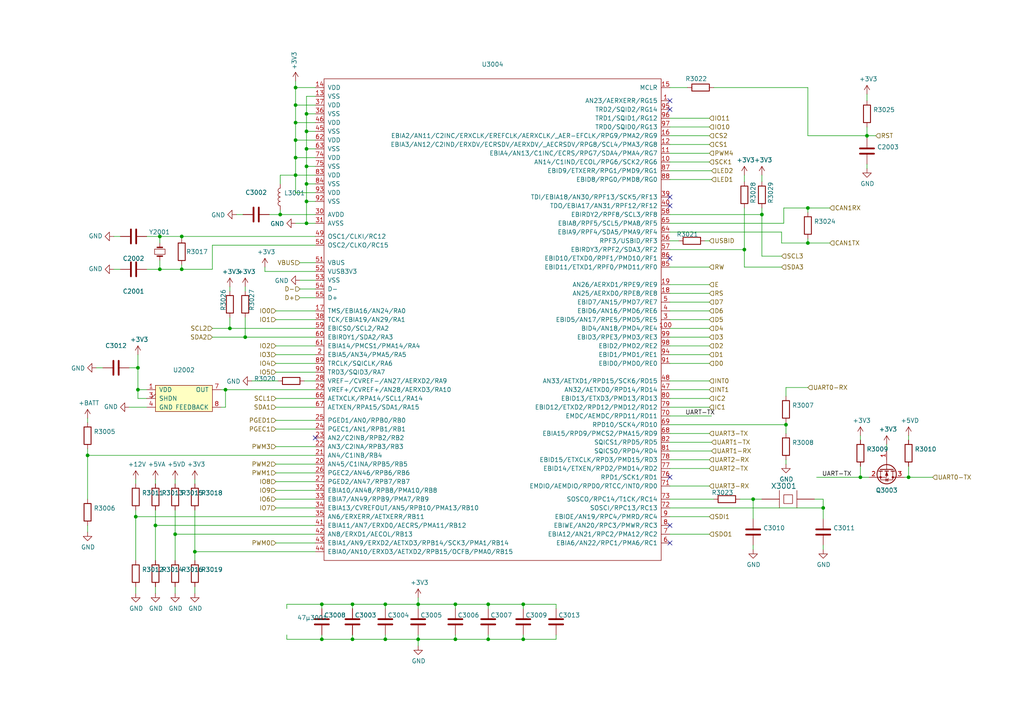
<source format=kicad_sch>
(kicad_sch (version 20211123) (generator eeschema)
  (paper "A4")
  (lib_symbols
    (symbol "CEN-SCHEMA:CRYSTAL" (pin_numbers hide) (pin_names (offset 1.016) hide)
      (property "Reference" "X" (at 0 3.81 0))
      (property "Value" "CRYSTAL" (at 0 -3.81 0))
      (symbol "CRYSTAL_0_1"
        (polyline (pts (xy -2.54 2.54) (xy -2.54 -2.54)))
        (polyline (pts (xy 2.54 2.54) (xy 2.54 -2.54)))
        (polyline (pts (xy -1.27 1.27) (xy 1.27 1.27) (xy 1.27 -1.27) (xy -1.27 -1.27) (xy -1.27 1.27)))
      )
      (symbol "CRYSTAL_1_1"
        (pin passive line (at -7.62 0 0) (length 5.08) (name "1") (number "1"))
        (pin passive line (at 7.62 0 180) (length 5.08) (name "2") (number "2"))
      )
    )
    (symbol "CEN-SCHEMA:PIC32MZ2048EF100" (pin_names (offset 1.016))
      (property "Reference" "U" (at 0 0 0))
      (property "Value" "PIC32MZ2048EF100" (at 27.94 0 0))
      (symbol "PIC32MZ2048EF100_0_1"
        (rectangle (start 0 -1.27) (end 97.79 -140.97))
      )
      (symbol "PIC32MZ2048EF100_1_1"
        (pin input line (at 100.33 -7.62 180) (length 2.54) (name "AN23/AERXERR/RG15") (number "1"))
        (pin input line (at 100.33 -25.4 180) (length 2.54) (name "AN14/C1IND/ECOL/RPG6/SCK2/RG6") (number "10"))
        (pin input line (at 100.33 -73.66 180) (length 2.54) (name "BID4/AN18/PMD4/RE4") (number "100"))
        (pin input line (at 100.33 -22.86 180) (length 2.54) (name "EBIA4/AN13/C1INC/ECRS/RPG7/SDA4/PMA4/RG7") (number "11"))
        (pin input line (at 100.33 -20.32 180) (length 2.54) (name "EBIA3/AN12/C2IND/ERXDV/ECRSDV/AERXDV/_AECRSDV/RPG8/SCL4/PMA3/RG8") (number "12"))
        (pin input line (at -2.54 -6.35 0) (length 2.54) (name "VSS") (number "13"))
        (pin input line (at -2.54 -3.81 0) (length 2.54) (name "VDD") (number "14"))
        (pin input line (at 100.33 -3.81 180) (length 2.54) (name "MCLR") (number "15"))
        (pin input line (at 100.33 -17.78 180) (length 2.54) (name "EBIA2/AN11/C2INC/ERXCLK/EREFCLK/AERXCLK/_AER-EFCLK/RPG9/PMA2/RG9") (number "16"))
        (pin input line (at -2.54 -68.58 0) (length 2.54) (name "TMS/EBIA16/AN24/RA0") (number "17"))
        (pin input line (at 100.33 -63.5 180) (length 2.54) (name "AN25/AERXD0/RPE8/RE8") (number "18"))
        (pin input line (at 100.33 -60.96 180) (length 2.54) (name "AN26/AERXD1/RPE9/RE9") (number "19"))
        (pin input line (at -2.54 -81.28 0) (length 2.54) (name "EBIA5/AN34/PMA5/RA5") (number "2"))
        (pin input line (at -2.54 -113.03 0) (length 2.54) (name "AN45/C1INA/RPB5/RB5") (number "20"))
        (pin input line (at -2.54 -110.49 0) (length 2.54) (name "AN4/C1INB/RB4") (number "21"))
        (pin input line (at -2.54 -107.95 0) (length 2.54) (name "AN3/C2INA/RPB3/RB3") (number "22"))
        (pin input line (at -2.54 -105.41 0) (length 2.54) (name "AN2/C2INB/RPB2/RB2") (number "23"))
        (pin input line (at -2.54 -102.87 0) (length 2.54) (name "PGEC1/AN1/RPB1/RB1") (number "24"))
        (pin input line (at -2.54 -100.33 0) (length 2.54) (name "PGED1/AN0/RPB0/RB0") (number "25"))
        (pin input line (at -2.54 -115.57 0) (length 2.54) (name "PGEC2/AN46/RPB6/RB6") (number "26"))
        (pin input line (at -2.54 -118.11 0) (length 2.54) (name "PGED2/AN47/RPB7/RB7") (number "27"))
        (pin input line (at -2.54 -88.9 0) (length 2.54) (name "VREF-/CVREF-/AN27/AERXD2/RA9") (number "28"))
        (pin input line (at -2.54 -91.44 0) (length 2.54) (name "VREF+/CVREF+/AN28/AERXD3/RA10") (number "29"))
        (pin input line (at 100.33 -71.12 180) (length 2.54) (name "EBID5/AN17/RPE5/PMD5/RE5") (number "3"))
        (pin input line (at -2.54 -40.64 0) (length 2.54) (name "AVDD") (number "30"))
        (pin input line (at -2.54 -43.18 0) (length 2.54) (name "AVSS") (number "31"))
        (pin input line (at -2.54 -120.65 0) (length 2.54) (name "EBIA10/AN48/RPB8/PMA10/RB8") (number "32"))
        (pin input line (at -2.54 -123.19 0) (length 2.54) (name "EBIA7/AN49/RPB9/PMA7/RB9") (number "33"))
        (pin input line (at -2.54 -125.73 0) (length 2.54) (name "EBIA13/CVREFOUT/AN5/RPB10/PMA13/RB10") (number "34"))
        (pin input line (at -2.54 -128.27 0) (length 2.54) (name "AN6/ERXERR/AETXERR/RB11") (number "35"))
        (pin input line (at -2.54 -11.43 0) (length 2.54) (name "VSS") (number "36"))
        (pin input line (at -2.54 -8.89 0) (length 2.54) (name "VDD") (number "37"))
        (pin input line (at -2.54 -71.12 0) (length 2.54) (name "TCK/EBIA19/AN29/RA1") (number "38"))
        (pin input line (at 100.33 -35.56 180) (length 2.54) (name "TDI/EBIA18/AN30/RPF13/SCK5/RF13") (number "39"))
        (pin input line (at 100.33 -68.58 180) (length 2.54) (name "EBID6/AN16/PMD6/RE6") (number "4"))
        (pin input line (at 100.33 -38.1 180) (length 2.54) (name "TDO/EBIA17/AN31/RPF12/RF12") (number "40"))
        (pin input line (at -2.54 -130.81 0) (length 2.54) (name "EBIA11/AN7/ERXD0/AECRS/PMA11/RB12") (number "41"))
        (pin input line (at -2.54 -133.35 0) (length 2.54) (name "AN8/ERXD1/AECOL/RB13") (number "42"))
        (pin input line (at -2.54 -135.89 0) (length 2.54) (name "EBIA1/AN9/ERXD2/AETXD3/RPB14/SCK3/PMA1/RB14") (number "43"))
        (pin input line (at -2.54 -138.43 0) (length 2.54) (name "EBIA0/AN10/ERXD3/AETXD2/RPB15/OCFB/PMA0/RB15") (number "44"))
        (pin input line (at -2.54 -16.51 0) (length 2.54) (name "VSS") (number "45"))
        (pin input line (at -2.54 -13.97 0) (length 2.54) (name "VDD") (number "46"))
        (pin input line (at 100.33 -91.44 180) (length 2.54) (name "AN32/AETXD0/RPD14/RD14") (number "47"))
        (pin input line (at 100.33 -88.9 180) (length 2.54) (name "AN33/AETXD1/RPD15/SCK6/RD15") (number "48"))
        (pin input line (at -2.54 -46.99 0) (length 2.54) (name "OSC1/CLKI/RC12") (number "49"))
        (pin input line (at 100.33 -66.04 180) (length 2.54) (name "EBID7/AN15/PMD7/RE7") (number "5"))
        (pin input line (at -2.54 -49.53 0) (length 2.54) (name "OSC2/CLKO/RC15") (number "50"))
        (pin input line (at -2.54 -54.61 0) (length 2.54) (name "VBUS") (number "51"))
        (pin input line (at -2.54 -57.15 0) (length 2.54) (name "VUSB3V3") (number "52"))
        (pin input line (at -2.54 -59.69 0) (length 2.54) (name "VSS") (number "53"))
        (pin input line (at -2.54 -62.23 0) (length 2.54) (name "D-") (number "54"))
        (pin input line (at -2.54 -64.77 0) (length 2.54) (name "D+") (number "55"))
        (pin input line (at 100.33 -48.26 180) (length 2.54) (name "RPF3/USBID/RF3") (number "56"))
        (pin input line (at 100.33 -50.8 180) (length 2.54) (name "EBIRDY3/RPF2/SDA3/RF2") (number "57"))
        (pin input line (at 100.33 -40.64 180) (length 2.54) (name "EBIRDY2/RPF8/SCL3/RF8") (number "58"))
        (pin input line (at -2.54 -73.66 0) (length 2.54) (name "EBICS0/SCL2/RA2") (number "59"))
        (pin input line (at 100.33 -135.89 180) (length 2.54) (name "EBIA6/AN22/RPC1/PMA6/RC1") (number "6"))
        (pin input line (at -2.54 -76.2 0) (length 2.54) (name "EBIRDY1/SDA2/RA3") (number "60"))
        (pin input line (at -2.54 -78.74 0) (length 2.54) (name "EBIA14/PMCS1/PMA14/RA4") (number "61"))
        (pin input line (at -2.54 -19.05 0) (length 2.54) (name "VDD") (number "62"))
        (pin input line (at -2.54 -21.59 0) (length 2.54) (name "VSS") (number "63"))
        (pin input line (at 100.33 -45.72 180) (length 2.54) (name "EBIA9/RPF4/SDA5/PMA9/RF4") (number "64"))
        (pin input line (at 100.33 -43.18 180) (length 2.54) (name "EBIA8/RPF5/SCL5/PMA8/RF5") (number "65"))
        (pin input line (at -2.54 -93.98 0) (length 2.54) (name "AETXCLK/RPA14/SCL1/RA14") (number "66"))
        (pin input line (at -2.54 -96.52 0) (length 2.54) (name "AETXEN/RPA15/SDA1/RA15") (number "67"))
        (pin input line (at 100.33 -104.14 180) (length 2.54) (name "EBIA15/RPD9/PMCS2/PMA15/RD9") (number "68"))
        (pin input line (at 100.33 -101.6 180) (length 2.54) (name "RPD10/SCK4/RD10") (number "69"))
        (pin input line (at 100.33 -133.35 180) (length 2.54) (name "EBIA12/AN21/RPC2/PMA12/RC2") (number "7"))
        (pin input line (at 100.33 -99.06 180) (length 2.54) (name "EMDC/AEMDC/RPD11/RD11") (number "70"))
        (pin input line (at 100.33 -119.38 180) (length 2.54) (name "EMDIO/AEMDIO/RPD0/RTCC/INT0/RD0") (number "71"))
        (pin input line (at 100.33 -125.73 180) (length 2.54) (name "SOSCI/RPC13/RC13") (number "72"))
        (pin input line (at 100.33 -123.19 180) (length 2.54) (name "SOSCO/RPC14/T1CK/RC14") (number "73"))
        (pin input line (at -2.54 -24.13 0) (length 2.54) (name "VDD") (number "74"))
        (pin input line (at -2.54 -26.67 0) (length 2.54) (name "VSS") (number "75"))
        (pin input line (at 100.33 -116.84 180) (length 2.54) (name "RPD1/SCK1/RD1") (number "76"))
        (pin input line (at 100.33 -114.3 180) (length 2.54) (name "EBID14/ETXEN/RPD2/PMD14/RD2") (number "77"))
        (pin input line (at 100.33 -111.76 180) (length 2.54) (name "EBID15/ETXCLK/RPD3/PMD15/RD3") (number "78"))
        (pin input line (at 100.33 -96.52 180) (length 2.54) (name "EBID12/ETXD2/RPD12/PMD12/RD12") (number "79"))
        (pin input line (at 100.33 -130.81 180) (length 2.54) (name "EBIWE/AN20/RPC3/PMWR/RC3") (number "8"))
        (pin input line (at 100.33 -93.98 180) (length 2.54) (name "EBID13/ETXD3/PMD13/RD13") (number "80"))
        (pin input line (at 100.33 -109.22 180) (length 2.54) (name "SQICS0/RPD4/RD4") (number "81"))
        (pin input line (at 100.33 -106.68 180) (length 2.54) (name "SQICS1/RPD5/RD5") (number "82"))
        (pin input line (at -2.54 -29.21 0) (length 2.54) (name "VDD") (number "83"))
        (pin input line (at -2.54 -31.75 0) (length 2.54) (name "VSS") (number "84"))
        (pin input line (at 100.33 -55.88 180) (length 2.54) (name "EBID11/ETXD1/RPF0/PMD11/RF0") (number "85"))
        (pin input line (at 100.33 -53.34 180) (length 2.54) (name "EBID10/ETXD0/RPF1/PMD10/RF1") (number "86"))
        (pin input line (at 100.33 -27.94 180) (length 2.54) (name "EBID9/ETXERR/RPG1/PMD9/RG1") (number "87"))
        (pin input line (at 100.33 -30.48 180) (length 2.54) (name "EBID8/RPG0/PMD8/RG0") (number "88"))
        (pin input line (at -2.54 -83.82 0) (length 2.54) (name "TRCLK/SQICLK/RA6") (number "89"))
        (pin input line (at 100.33 -128.27 180) (length 2.54) (name "EBIOE/AN19/RPC4/PMRD/RC4") (number "9"))
        (pin input line (at -2.54 -86.36 0) (length 2.54) (name "TRD3/SQID3/RA7") (number "90"))
        (pin input line (at 100.33 -83.82 180) (length 2.54) (name "EBID0/PMD0/RE0") (number "91"))
        (pin input line (at -2.54 -36.83 0) (length 2.54) (name "VSS") (number "92"))
        (pin input line (at -2.54 -34.29 0) (length 2.54) (name "VDD") (number "93"))
        (pin input line (at 100.33 -81.28 180) (length 2.54) (name "EBID1/PMD1/RE1") (number "94"))
        (pin input line (at 100.33 -10.16 180) (length 2.54) (name "TRD2/SQID2/RG14") (number "95"))
        (pin input line (at 100.33 -12.7 180) (length 2.54) (name "TRD1/SQID1/RG12") (number "96"))
        (pin input line (at 100.33 -15.24 180) (length 2.54) (name "TRD0/SQID0/RG13") (number "97"))
        (pin input line (at 100.33 -78.74 180) (length 2.54) (name "EBID2/PMD2/RE2") (number "98"))
        (pin input line (at 100.33 -76.2 180) (length 2.54) (name "EBID3/RPE3/PMD3/RE3") (number "99"))
      )
    )
    (symbol "Device:C" (pin_numbers hide) (pin_names (offset 0.254))
      (property "Reference" "C" (at 0.635 2.54 0))
      (property "Value" "C" (at 0.635 -2.54 0))
      (symbol "C_0_1"
        (polyline (pts (xy -2.032 -0.762) (xy 2.032 -0.762)) (stroke (width 0.508)))
        (polyline (pts (xy -2.032 0.762) (xy 2.032 0.762)) (stroke (width 0.508)))
      )
      (symbol "C_1_1"
        (pin passive line (at 0 3.81 270) (length 2.794) (name "~") (number "1"))
        (pin passive line (at 0 -3.81 90) (length 2.794) (name "~") (number "2"))
      )
    )
    (symbol "Device:Crystal_Small" (pin_numbers hide) (pin_names (offset 1.016) hide)
      (property "Reference" "Y" (at 0 2.54 0))
      (property "Value" "Crystal_Small" (at 0 -2.54 0))
      (symbol "Crystal_Small_0_1"
        (rectangle (start -0.762 -1.524) (end 0.762 1.524))
        (polyline (pts (xy -1.27 -0.762) (xy -1.27 0.762)) (stroke (width 0.381)))
        (polyline (pts (xy 1.27 -0.762) (xy 1.27 0.762)) (stroke (width 0.381)))
      )
      (symbol "Crystal_Small_1_1"
        (pin passive line (at -2.54 0 0) (length 1.27) (name "1") (number "1"))
        (pin passive line (at 2.54 0 180) (length 1.27) (name "2") (number "2"))
      )
    )
    (symbol "Device:L" (pin_numbers hide) (pin_names (offset 1.016) hide)
      (property "Reference" "L" (at -1.27 0 90))
      (property "Value" "L" (at 1.905 0 90))
      (symbol "L_0_1"
        (arc (start 0 -2.54) (mid 0.635 -1.905) (end 0 -1.27))
        (arc (start 0 -1.27) (mid 0.635 -0.635) (end 0 0))
        (arc (start 0 0) (mid 0.635 0.635) (end 0 1.27))
        (arc (start 0 1.27) (mid 0.635 1.905) (end 0 2.54))
      )
      (symbol "L_1_1"
        (pin passive line (at 0 3.81 270) (length 1.27) (name "1") (number "1"))
        (pin passive line (at 0 -3.81 90) (length 1.27) (name "2") (number "2"))
      )
    )
    (symbol "Device:R" (pin_numbers hide) (pin_names (offset 0))
      (property "Reference" "R" (at 2.032 0 90))
      (property "Value" "R" (at 0 0 90))
      (symbol "R_0_1"
        (rectangle (start -1.016 -2.54) (end 1.016 2.54) (stroke (width 0.254)))
      )
      (symbol "R_1_1"
        (pin passive line (at 0 3.81 270) (length 1.27) (name "~") (number "1"))
        (pin passive line (at 0 -3.81 90) (length 1.27) (name "~") (number "2"))
      )
    )
    (symbol "PIC32MZ_EF_100-rescue:MCP1501-CEN-SCHEMA" (pin_names (offset 1.016))
      (property "Reference" "U" (at -6.35 6.35 0))
      (property "Value" "MCP1501-CEN-SCHEMA" (at -6.35 6.35 0))
      (symbol "MCP1501-CEN-SCHEMA_0_1"
        (rectangle (start -8.89 3.81) (end 7.62 -3.81) (fill (type background)))
      )
      (symbol "MCP1501-CEN-SCHEMA_1_1"
        (pin input line (at -11.43 2.54 0) (length 2.54) (name "VDD") (number "1"))
        (pin input output_low (at -11.43 0 0) (length 2.54) (name "SHDN") (number "3"))
        (pin input line (at -11.43 -2.54 0) (length 2.54) (name "GND") (number "4"))
        (pin input line (at -11.43 -2.54 0) (length 2.54) hide (name "GND") (number "5"))
        (pin input line (at -11.43 -2.54 0) (length 2.54) hide (name "GND") (number "6"))
        (pin input line (at 10.16 2.54 180) (length 2.54) (name "OUT") (number "7"))
        (pin input line (at 10.16 -2.54 180) (length 2.54) (name "FEEDBACK") (number "8"))
      )
    )
    (symbol "Transistor_FET:2N7002" (pin_names hide)
      (property "Reference" "Q" (at 5.08 1.905 0))
      (property "Value" "2N7002" (at 5.08 0 0))
      (symbol "2N7002_0_1"
        (polyline (pts (xy 0.254 0) (xy -2.54 0)))
        (polyline (pts (xy 0.254 1.905) (xy 0.254 -1.905)) (stroke (width 0.254)))
        (polyline (pts (xy 0.762 -1.27) (xy 0.762 -2.286)) (stroke (width 0.254)))
        (polyline (pts (xy 0.762 0.508) (xy 0.762 -0.508)) (stroke (width 0.254)))
        (polyline (pts (xy 0.762 2.286) (xy 0.762 1.27)) (stroke (width 0.254)))
        (polyline (pts (xy 2.54 2.54) (xy 2.54 1.778)))
        (polyline (pts (xy 2.54 -2.54) (xy 2.54 0) (xy 0.762 0)))
        (polyline (pts (xy 0.762 -1.778) (xy 3.302 -1.778) (xy 3.302 1.778) (xy 0.762 1.778)))
        (polyline (pts (xy 1.016 0) (xy 2.032 0.381) (xy 2.032 -0.381) (xy 1.016 0)) (fill (type outline)))
        (polyline (pts (xy 2.794 0.508) (xy 2.921 0.381) (xy 3.683 0.381) (xy 3.81 0.254)))
        (polyline (pts (xy 3.302 0.381) (xy 2.921 -0.254) (xy 3.683 -0.254) (xy 3.302 0.381)))
        (circle (center 1.651 0) (radius 2.794) (stroke (width 0.254)))
        (circle (center 2.54 -1.778) (radius 0.254) (fill (type outline)))
        (circle (center 2.54 1.778) (radius 0.254) (fill (type outline)))
      )
      (symbol "2N7002_1_1"
        (pin input line (at -5.08 0 0) (length 2.54) (name "G") (number "1"))
        (pin passive line (at 2.54 -5.08 90) (length 2.54) (name "S") (number "2"))
        (pin passive line (at 2.54 5.08 270) (length 2.54) (name "D") (number "3"))
      )
    )
    (symbol "power:+12V" (power) (pin_names (offset 0))
      (property "Value" "+12V" (at 0 3.556 0))
      (symbol "+12V_0_1"
        (polyline (pts (xy -0.762 1.27) (xy 0 2.54)))
        (polyline (pts (xy 0 0) (xy 0 2.54)))
        (polyline (pts (xy 0 2.54) (xy 0.762 1.27)))
      )
      (symbol "+12V_1_1"
        (pin power_in line (at 0 0 90) (length 0) hide (name "+12V") (number "1"))
      )
    )
    (symbol "power:+3.3V" (power) (pin_names (offset 0))
      (property "Value" "+3.3V" (at 0 3.556 0))
      (symbol "+3.3V_0_1"
        (polyline (pts (xy -0.762 1.27) (xy 0 2.54)))
        (polyline (pts (xy 0 0) (xy 0 2.54)))
        (polyline (pts (xy 0 2.54) (xy 0.762 1.27)))
      )
      (symbol "+3.3V_1_1"
        (pin power_in line (at 0 0 90) (length 0) hide (name "+3V3") (number "1"))
      )
    )
    (symbol "power:+5VA" (power) (pin_names (offset 0))
      (property "Value" "+5VA" (at 0 3.556 0))
      (symbol "+5VA_0_1"
        (polyline (pts (xy -0.762 1.27) (xy 0 2.54)))
        (polyline (pts (xy 0 0) (xy 0 2.54)))
        (polyline (pts (xy 0 2.54) (xy 0.762 1.27)))
      )
      (symbol "+5VA_1_1"
        (pin power_in line (at 0 0 90) (length 0) hide (name "+5VA") (number "1"))
      )
    )
    (symbol "power:+5VD" (power) (pin_names (offset 0))
      (property "Value" "+5VD" (at 0 3.556 0))
      (symbol "+5VD_0_1"
        (polyline (pts (xy -0.762 1.27) (xy 0 2.54)))
        (polyline (pts (xy 0 0) (xy 0 2.54)))
        (polyline (pts (xy 0 2.54) (xy 0.762 1.27)))
      )
      (symbol "+5VD_1_1"
        (pin power_in line (at 0 0 90) (length 0) hide (name "+5VD") (number "1"))
      )
    )
    (symbol "power:+BATT" (power) (pin_names (offset 0))
      (property "Value" "+BATT" (at 0 3.556 0))
      (symbol "+BATT_0_1"
        (polyline (pts (xy -0.762 1.27) (xy 0 2.54)))
        (polyline (pts (xy 0 0) (xy 0 2.54)))
        (polyline (pts (xy 0 2.54) (xy 0.762 1.27)))
      )
      (symbol "+BATT_1_1"
        (pin power_in line (at 0 0 90) (length 0) hide (name "+BATT") (number "1"))
      )
    )
    (symbol "power:GND" (power) (pin_names (offset 0))
      (property "Value" "GND" (at 0 -3.81 0))
      (symbol "GND_0_1"
        (polyline (pts (xy 0 0) (xy 0 -1.27) (xy 1.27 -1.27) (xy 0 -2.54) (xy -1.27 -1.27) (xy 0 -1.27)))
      )
      (symbol "GND_1_1"
        (pin power_in line (at 0 0 270) (length 0) hide (name "GND") (number "1"))
      )
    )
  )
  (junction (at 85.725 35.56))
  (junction (at 40.005 106.68))
  (junction (at 93.345 175.26))
  (junction (at 88.9 58.42))
  (junction (at 234.315 70.485))
  (junction (at 234.315 60.325))
  (junction (at 102.235 185.42))
  (junction (at 40.005 113.03))
  (junction (at 52.705 78.105))
  (junction (at 238.76 147.32))
  (junction (at 88.9 33.02))
  (junction (at 88.9 53.34))
  (junction (at 71.12 97.79))
  (junction (at 141.605 185.42))
  (junction (at 111.76 185.42))
  (junction (at 88.9 64.77))
  (junction (at 132.08 185.42))
  (junction (at 102.235 175.26))
  (junction (at 215.9 72.39))
  (junction (at 85.725 50.8))
  (junction (at 88.9 43.18))
  (junction (at 85.725 45.72))
  (junction (at 45.085 152.4))
  (junction (at 85.725 25.4))
  (junction (at 81.28 62.23))
  (junction (at 251.46 39.37))
  (junction (at 220.98 62.23))
  (junction (at 132.08 175.26))
  (junction (at 85.725 30.48))
  (junction (at 88.9 38.1))
  (junction (at 52.705 68.58))
  (junction (at 46.355 68.58))
  (junction (at 121.285 175.26))
  (junction (at 151.765 185.42))
  (junction (at 39.37 149.86))
  (junction (at 227.965 123.19))
  (junction (at 56.515 160.02))
  (junction (at 25.4 132.08))
  (junction (at 111.76 175.26))
  (junction (at 218.44 144.78))
  (junction (at 249.555 138.43))
  (junction (at 65.405 113.03))
  (junction (at 263.525 138.43))
  (junction (at 66.675 95.25))
  (junction (at 85.725 40.64))
  (junction (at 93.345 185.42))
  (junction (at 121.285 185.42))
  (junction (at 141.605 175.26))
  (junction (at 151.765 175.26))
  (junction (at 50.8 154.94))
  (junction (at 88.9 48.26))
  (junction (at 46.355 78.105))
  (no_connect (at 194.31 29.21))
  (no_connect (at 194.31 152.4))
  (no_connect (at 194.31 74.93))
  (no_connect (at 194.31 57.15))
  (no_connect (at 91.44 127))
  (no_connect (at 194.31 138.43))
  (no_connect (at 194.31 157.48))
  (no_connect (at 194.31 31.75))
  (no_connect (at 194.31 59.69))
  (wire (pts (xy 249.555 126.365) (xy 249.555 127.635)))
  (wire (pts (xy 227.965 133.35) (xy 227.965 134.62)))
  (wire (pts (xy 52.705 69.215) (xy 52.705 68.58)))
  (wire (pts (xy 194.31 36.83) (xy 205.74 36.83)))
  (wire (pts (xy 194.31 130.81) (xy 206.375 130.81)))
  (wire (pts (xy 91.44 86.36) (xy 86.995 86.36)))
  (wire (pts (xy 91.44 144.78) (xy 80.01 144.78)))
  (wire (pts (xy 238.76 158.115) (xy 238.76 159.385)))
  (wire (pts (xy 91.44 102.87) (xy 80.01 102.87)))
  (wire (pts (xy 121.285 185.42) (xy 121.285 187.325)))
  (wire (pts (xy 88.9 53.34) (xy 88.9 58.42)))
  (wire (pts (xy 80.01 129.54) (xy 91.44 129.54)))
  (wire (pts (xy 205.74 140.97) (xy 194.31 140.97)))
  (wire (pts (xy 91.44 78.74) (xy 76.835 78.74)))
  (wire (pts (xy 226.695 70.485) (xy 234.315 70.485)))
  (wire (pts (xy 25.4 152.4) (xy 25.4 154.305)))
  (wire (pts (xy 194.31 41.91) (xy 205.74 41.91)))
  (wire (pts (xy 61.595 78.105) (xy 52.705 78.105)))
  (wire (pts (xy 80.01 90.17) (xy 91.44 90.17)))
  (wire (pts (xy 161.29 175.26) (xy 161.29 176.53)))
  (wire (pts (xy 194.31 144.78) (xy 207.01 144.78)))
  (wire (pts (xy 88.9 48.26) (xy 88.9 53.34)))
  (wire (pts (xy 151.765 175.26) (xy 161.29 175.26)))
  (wire (pts (xy 42.545 118.11) (xy 37.465 118.11)))
  (wire (pts (xy 205.74 100.33) (xy 194.31 100.33)))
  (wire (pts (xy 102.235 176.53) (xy 102.235 175.26)))
  (wire (pts (xy 65.405 113.03) (xy 65.405 118.11)))
  (wire (pts (xy 215.9 72.39) (xy 215.9 60.325)))
  (wire (pts (xy 205.74 118.11) (xy 194.31 118.11)))
  (wire (pts (xy 39.37 162.56) (xy 39.37 149.86)))
  (wire (pts (xy 194.31 147.32) (xy 238.76 147.32)))
  (wire (pts (xy 220.98 62.23) (xy 220.98 60.325)))
  (wire (pts (xy 50.8 170.18) (xy 50.8 172.085)))
  (wire (pts (xy 46.355 75.565) (xy 46.355 78.105)))
  (wire (pts (xy 263.525 126.365) (xy 263.525 127.635)))
  (wire (pts (xy 234.315 39.37) (xy 251.46 39.37)))
  (wire (pts (xy 66.675 83.185) (xy 66.675 84.455)))
  (wire (pts (xy 194.31 72.39) (xy 215.9 72.39)))
  (wire (pts (xy 141.605 175.26) (xy 141.605 176.53)))
  (wire (pts (xy 194.31 62.23) (xy 220.98 62.23)))
  (wire (pts (xy 234.315 25.4) (xy 234.315 39.37)))
  (wire (pts (xy 91.44 58.42) (xy 88.9 58.42)))
  (wire (pts (xy 80.645 110.49) (xy 73.025 110.49)))
  (wire (pts (xy 91.44 45.72) (xy 85.725 45.72)))
  (wire (pts (xy 207.01 25.4) (xy 234.315 25.4)))
  (wire (pts (xy 91.44 30.48) (xy 85.725 30.48)))
  (wire (pts (xy 234.315 69.215) (xy 234.315 70.485)))
  (wire (pts (xy 88.9 64.77) (xy 91.44 64.77)))
  (wire (pts (xy 88.9 43.18) (xy 88.9 48.26)))
  (wire (pts (xy 91.44 81.28) (xy 86.995 81.28)))
  (wire (pts (xy 91.44 160.02) (xy 56.515 160.02)))
  (wire (pts (xy 194.31 92.71) (xy 205.74 92.71)))
  (wire (pts (xy 215.9 52.705) (xy 215.9 50.8)))
  (wire (pts (xy 205.74 95.25) (xy 194.31 95.25)))
  (wire (pts (xy 61.595 95.25) (xy 66.675 95.25)))
  (wire (pts (xy 251.46 39.37) (xy 251.46 40.005)))
  (wire (pts (xy 194.31 102.87) (xy 205.74 102.87)))
  (wire (pts (xy 46.355 68.58) (xy 52.705 68.58)))
  (wire (pts (xy 205.74 46.99) (xy 194.31 46.99)))
  (wire (pts (xy 111.76 185.42) (xy 102.235 185.42)))
  (wire (pts (xy 132.08 184.15) (xy 132.08 185.42)))
  (wire (pts (xy 257.175 128.905) (xy 257.175 130.81)))
  (wire (pts (xy 194.31 64.77) (xy 227.33 64.77)))
  (wire (pts (xy 121.285 176.53) (xy 121.285 175.26)))
  (wire (pts (xy 93.345 185.42) (xy 83.185 185.42)))
  (wire (pts (xy 141.605 175.26) (xy 151.765 175.26)))
  (wire (pts (xy 52.705 78.105) (xy 46.355 78.105)))
  (wire (pts (xy 91.44 50.8) (xy 85.725 50.8)))
  (wire (pts (xy 218.44 144.78) (xy 220.98 144.78)))
  (wire (pts (xy 40.005 113.03) (xy 40.005 115.57)))
  (wire (pts (xy 81.28 62.23) (xy 81.28 60.96)))
  (wire (pts (xy 91.44 121.92) (xy 80.01 121.92)))
  (wire (pts (xy 205.74 115.57) (xy 194.31 115.57)))
  (wire (pts (xy 102.235 185.42) (xy 93.345 185.42)))
  (wire (pts (xy 85.725 45.72) (xy 85.725 50.8)))
  (wire (pts (xy 91.44 43.18) (xy 88.9 43.18)))
  (wire (pts (xy 52.705 68.58) (xy 91.44 68.58)))
  (wire (pts (xy 251.46 36.83) (xy 251.46 39.37)))
  (wire (pts (xy 194.31 67.31) (xy 226.695 67.31)))
  (wire (pts (xy 205.74 90.17) (xy 194.31 90.17)))
  (wire (pts (xy 85.725 40.64) (xy 85.725 45.72)))
  (wire (pts (xy 45.085 170.18) (xy 45.085 172.085)))
  (wire (pts (xy 88.9 58.42) (xy 88.9 64.77)))
  (wire (pts (xy 88.265 110.49) (xy 91.44 110.49)))
  (wire (pts (xy 151.765 175.26) (xy 151.765 176.53)))
  (wire (pts (xy 263.525 138.43) (xy 263.525 135.255)))
  (wire (pts (xy 88.9 27.94) (xy 88.9 33.02)))
  (wire (pts (xy 132.08 175.26) (xy 141.605 175.26)))
  (wire (pts (xy 121.285 184.15) (xy 121.285 185.42)))
  (wire (pts (xy 238.76 144.78) (xy 238.76 147.32)))
  (wire (pts (xy 80.01 134.62) (xy 91.44 134.62)))
  (wire (pts (xy 238.76 147.32) (xy 238.76 150.495)))
  (wire (pts (xy 45.085 140.335) (xy 45.085 139.065)))
  (wire (pts (xy 88.9 27.94) (xy 91.44 27.94)))
  (wire (pts (xy 45.085 147.955) (xy 45.085 152.4)))
  (wire (pts (xy 194.31 128.27) (xy 206.375 128.27)))
  (wire (pts (xy 25.4 122.555) (xy 25.4 121.285)))
  (wire (pts (xy 141.605 184.15) (xy 141.605 185.42)))
  (wire (pts (xy 25.4 144.78) (xy 25.4 132.08)))
  (wire (pts (xy 111.76 175.26) (xy 121.285 175.26)))
  (wire (pts (xy 263.525 138.43) (xy 270.51 138.43)))
  (wire (pts (xy 71.12 83.185) (xy 71.12 84.455)))
  (wire (pts (xy 80.01 142.24) (xy 91.44 142.24)))
  (wire (pts (xy 218.44 150.495) (xy 218.44 144.78)))
  (wire (pts (xy 194.31 25.4) (xy 199.39 25.4)))
  (wire (pts (xy 50.8 154.94) (xy 50.8 147.955)))
  (wire (pts (xy 76.835 78.74) (xy 76.835 77.47)))
  (wire (pts (xy 93.345 185.42) (xy 93.345 184.15)))
  (wire (pts (xy 80.01 100.33) (xy 91.44 100.33)))
  (wire (pts (xy 46.355 70.485) (xy 46.355 68.58)))
  (wire (pts (xy 251.46 39.37) (xy 254 39.37)))
  (wire (pts (xy 42.545 68.58) (xy 46.355 68.58)))
  (wire (pts (xy 29.845 106.68) (xy 27.94 106.68)))
  (wire (pts (xy 85.725 35.56) (xy 85.725 40.64)))
  (wire (pts (xy 85.725 25.4) (xy 85.725 23.495)))
  (wire (pts (xy 71.12 97.79) (xy 91.44 97.79)))
  (wire (pts (xy 56.515 160.02) (xy 56.515 162.56)))
  (wire (pts (xy 194.31 125.73) (xy 205.74 125.73)))
  (wire (pts (xy 205.74 154.94) (xy 194.31 154.94)))
  (wire (pts (xy 226.695 74.295) (xy 220.98 74.295)))
  (wire (pts (xy 91.44 118.11) (xy 80.01 118.11)))
  (wire (pts (xy 227.965 123.19) (xy 227.965 122.555)))
  (wire (pts (xy 218.44 158.115) (xy 218.44 159.385)))
  (wire (pts (xy 194.31 110.49) (xy 205.74 110.49)))
  (wire (pts (xy 206.375 49.53) (xy 194.31 49.53)))
  (wire (pts (xy 64.135 113.03) (xy 65.405 113.03)))
  (wire (pts (xy 81.28 50.8) (xy 85.725 50.8)))
  (wire (pts (xy 34.925 78.105) (xy 33.02 78.105)))
  (wire (pts (xy 194.31 82.55) (xy 205.74 82.55)))
  (wire (pts (xy 220.98 52.705) (xy 220.98 50.8)))
  (wire (pts (xy 85.725 30.48) (xy 85.725 35.56)))
  (wire (pts (xy 91.44 48.26) (xy 88.9 48.26)))
  (wire (pts (xy 45.085 152.4) (xy 45.085 162.56)))
  (wire (pts (xy 234.315 112.395) (xy 227.965 112.395)))
  (wire (pts (xy 80.01 105.41) (xy 91.44 105.41)))
  (wire (pts (xy 234.315 60.325) (xy 240.665 60.325)))
  (wire (pts (xy 194.31 69.85) (xy 196.85 69.85)))
  (wire (pts (xy 37.465 106.68) (xy 40.005 106.68)))
  (wire (pts (xy 80.01 115.57) (xy 91.44 115.57)))
  (wire (pts (xy 42.545 113.03) (xy 40.005 113.03)))
  (wire (pts (xy 80.01 124.46) (xy 91.44 124.46)))
  (wire (pts (xy 93.345 175.26) (xy 83.185 175.26)))
  (wire (pts (xy 91.44 154.94) (xy 50.8 154.94)))
  (wire (pts (xy 161.29 185.42) (xy 161.29 184.15)))
  (wire (pts (xy 141.605 185.42) (xy 151.765 185.42)))
  (wire (pts (xy 111.76 184.15) (xy 111.76 185.42)))
  (wire (pts (xy 66.675 95.25) (xy 91.44 95.25)))
  (wire (pts (xy 151.765 185.42) (xy 151.765 184.15)))
  (wire (pts (xy 205.74 77.47) (xy 194.31 77.47)))
  (wire (pts (xy 205.74 85.09) (xy 194.31 85.09)))
  (wire (pts (xy 91.44 113.03) (xy 65.405 113.03)))
  (wire (pts (xy 206.375 120.65) (xy 194.31 120.65)))
  (wire (pts (xy 227.965 125.73) (xy 227.965 123.19)))
  (wire (pts (xy 68.58 62.23) (xy 70.485 62.23)))
  (wire (pts (xy 194.31 87.63) (xy 205.74 87.63)))
  (wire (pts (xy 194.31 123.19) (xy 227.965 123.19)))
  (wire (pts (xy 56.515 147.955) (xy 56.515 160.02)))
  (wire (pts (xy 65.405 118.11) (xy 64.135 118.11)))
  (wire (pts (xy 80.01 157.48) (xy 91.44 157.48)))
  (wire (pts (xy 194.31 113.03) (xy 205.74 113.03)))
  (wire (pts (xy 236.22 144.78) (xy 238.76 144.78)))
  (wire (pts (xy 227.33 64.77) (xy 227.33 60.325)))
  (wire (pts (xy 91.44 40.64) (xy 85.725 40.64)))
  (wire (pts (xy 121.285 175.26) (xy 132.08 175.26)))
  (wire (pts (xy 50.8 140.335) (xy 50.8 139.065)))
  (wire (pts (xy 25.4 132.08) (xy 25.4 130.175)))
  (wire (pts (xy 91.44 55.88) (xy 85.725 55.88)))
  (wire (pts (xy 205.74 105.41) (xy 194.31 105.41)))
  (wire (pts (xy 251.46 29.21) (xy 251.46 27.305)))
  (wire (pts (xy 121.285 175.26) (xy 121.285 173.355)))
  (wire (pts (xy 91.44 33.02) (xy 88.9 33.02)))
  (wire (pts (xy 205.74 34.29) (xy 194.31 34.29)))
  (wire (pts (xy 215.9 77.47) (xy 215.9 72.39)))
  (wire (pts (xy 227.965 112.395) (xy 227.965 114.935)))
  (wire (pts (xy 132.08 185.42) (xy 121.285 185.42)))
  (wire (pts (xy 226.695 77.47) (xy 215.9 77.47)))
  (wire (pts (xy 56.515 140.335) (xy 56.515 139.065)))
  (wire (pts (xy 204.47 69.85) (xy 205.74 69.85)))
  (wire (pts (xy 83.185 175.26) (xy 83.185 176.53)))
  (wire (pts (xy 83.185 185.42) (xy 83.185 184.15)))
  (wire (pts (xy 88.9 38.1) (xy 88.9 43.18)))
  (wire (pts (xy 194.31 135.89) (xy 205.74 135.89)))
  (wire (pts (xy 194.31 149.86) (xy 205.74 149.86)))
  (wire (pts (xy 194.31 39.37) (xy 205.74 39.37)))
  (wire (pts (xy 88.9 38.1) (xy 91.44 38.1)))
  (wire (pts (xy 102.235 185.42) (xy 102.235 184.15)))
  (wire (pts (xy 39.37 140.335) (xy 39.37 139.065)))
  (wire (pts (xy 50.8 162.56) (xy 50.8 154.94)))
  (wire (pts (xy 234.315 70.485) (xy 240.665 70.485)))
  (wire (pts (xy 111.76 176.53) (xy 111.76 175.26)))
  (wire (pts (xy 40.005 102.87) (xy 40.005 106.68)))
  (wire (pts (xy 78.105 62.23) (xy 81.28 62.23)))
  (wire (pts (xy 85.725 25.4) (xy 85.725 30.48)))
  (wire (pts (xy 93.345 175.26) (xy 93.345 176.53)))
  (wire (pts (xy 91.44 137.16) (xy 80.01 137.16)))
  (wire (pts (xy 39.37 149.86) (xy 39.37 147.955)))
  (wire (pts (xy 91.44 92.71) (xy 80.01 92.71)))
  (wire (pts (xy 91.44 132.08) (xy 25.4 132.08)))
  (wire (pts (xy 40.005 106.68) (xy 40.005 113.03)))
  (wire (pts (xy 71.12 92.075) (xy 71.12 97.79)))
  (wire (pts (xy 66.675 92.075) (xy 66.675 95.25)))
  (wire (pts (xy 91.44 53.34) (xy 88.9 53.34)))
  (wire (pts (xy 85.725 25.4) (xy 91.44 25.4)))
  (wire (pts (xy 52.705 76.835) (xy 52.705 78.105)))
  (wire (pts (xy 91.44 152.4) (xy 45.085 152.4)))
  (wire (pts (xy 56.515 170.18) (xy 56.515 172.085)))
  (wire (pts (xy 249.555 138.43) (xy 249.555 135.255)))
  (wire (pts (xy 151.765 185.42) (xy 161.29 185.42)))
  (wire (pts (xy 132.08 176.53) (xy 132.08 175.26)))
  (wire (pts (xy 252.095 138.43) (xy 249.555 138.43)))
  (wire (pts (xy 206.375 52.07) (xy 194.31 52.07)))
  (wire (pts (xy 34.925 68.58) (xy 33.02 68.58)))
  (wire (pts (xy 88.9 64.77) (xy 85.725 64.77)))
  (wire (pts (xy 42.545 78.105) (xy 46.355 78.105)))
  (wire (pts (xy 91.44 35.56) (xy 85.725 35.56)))
  (wire (pts (xy 91.44 149.86) (xy 39.37 149.86)))
  (wire (pts (xy 91.44 83.82) (xy 86.995 83.82)))
  (wire (pts (xy 121.285 185.42) (xy 111.76 185.42)))
  (wire (pts (xy 251.46 47.625) (xy 251.46 48.895)))
  (wire (pts (xy 61.595 71.12) (xy 91.44 71.12)))
  (wire (pts (xy 236.855 138.43) (xy 249.555 138.43)))
  (wire (pts (xy 262.255 138.43) (xy 263.525 138.43)))
  (wire (pts (xy 86.995 76.2) (xy 91.44 76.2)))
  (wire (pts (xy 214.63 144.78) (xy 218.44 144.78)))
  (wire (pts (xy 91.44 62.23) (xy 81.28 62.23)))
  (wire (pts (xy 88.9 33.02) (xy 88.9 38.1)))
  (wire (pts (xy 61.595 97.79) (xy 71.12 97.79)))
  (wire (pts (xy 91.44 107.95) (xy 80.01 107.95)))
  (wire (pts (xy 102.235 175.26) (xy 93.345 175.26)))
  (wire (pts (xy 226.695 67.31) (xy 226.695 70.485)))
  (wire (pts (xy 80.01 147.32) (xy 91.44 147.32)))
  (wire (pts (xy 194.31 44.45) (xy 205.74 44.45)))
  (wire (pts (xy 234.315 61.595) (xy 234.315 60.325)))
  (wire (pts (xy 205.74 133.35) (xy 194.31 133.35)))
  (wire (pts (xy 61.595 71.12) (xy 61.595 78.105)))
  (wire (pts (xy 227.33 60.325) (xy 234.315 60.325)))
  (wire (pts (xy 220.98 74.295) (xy 220.98 62.23)))
  (wire (pts (xy 85.725 50.8) (xy 85.725 55.88)))
  (wire (pts (xy 102.235 175.26) (xy 111.76 175.26)))
  (wire (pts (xy 141.605 185.42) (xy 132.08 185.42)))
  (wire (pts (xy 194.31 97.79) (xy 205.74 97.79)))
  (wire (pts (xy 40.005 115.57) (xy 42.545 115.57)))
  (wire (pts (xy 39.37 170.18) (xy 39.37 172.085)))
  (wire (pts (xy 81.28 53.34) (xy 81.28 50.8)))
  (wire (pts (xy 91.44 139.7) (xy 80.01 139.7)))
  (label "UART-TX" (at 198.755 120.65 0))
  (label "UART-TX" (at 247.015 138.43 180))
  (hierarchical_label "E" (shape input) (at 205.74 82.55 0))
  (hierarchical_label "IO3" (shape input) (at 80.01 102.87 180))
  (hierarchical_label "UART1-TX" (shape input) (at 206.375 128.27 0))
  (hierarchical_label "RS" (shape input) (at 205.74 85.09 0))
  (hierarchical_label "PWM1" (shape input) (at 80.01 137.16 180))
  (hierarchical_label "IO0" (shape input) (at 80.01 90.17 180))
  (hierarchical_label "D2" (shape input) (at 205.74 100.33 0))
  (hierarchical_label "IO7" (shape input) (at 80.01 147.32 180))
  (hierarchical_label "UART2-RX" (shape input) (at 205.74 133.35 0))
  (hierarchical_label "UART1-RX" (shape input) (at 206.375 130.81 0))
  (hierarchical_label "IO11" (shape input) (at 205.74 34.29 0))
  (hierarchical_label "D0" (shape input) (at 205.74 105.41 0))
  (hierarchical_label "D3" (shape input) (at 205.74 97.79 0))
  (hierarchical_label "IO10" (shape input) (at 205.74 36.83 0))
  (hierarchical_label "SCK1" (shape input) (at 205.74 46.99 0))
  (hierarchical_label "PWM2" (shape input) (at 80.01 134.62 180))
  (hierarchical_label "SDO1" (shape input) (at 205.74 154.94 0))
  (hierarchical_label "D6" (shape input) (at 205.74 90.17 0))
  (hierarchical_label "SCL1" (shape input) (at 80.01 115.57 180))
  (hierarchical_label "IO4" (shape input) (at 80.01 105.41 180))
  (hierarchical_label "SDA3" (shape input) (at 226.695 77.47 0))
  (hierarchical_label "USBID" (shape input) (at 205.74 69.85 0))
  (hierarchical_label "UART3-RX" (shape input) (at 205.74 140.97 0))
  (hierarchical_label "PGEC1" (shape input) (at 80.01 124.46 180))
  (hierarchical_label "IO1" (shape input) (at 80.01 92.71 180))
  (hierarchical_label "D7" (shape input) (at 205.74 87.63 0))
  (hierarchical_label "IC1" (shape input) (at 205.74 118.11 0))
  (hierarchical_label "D+" (shape input) (at 86.995 86.36 180))
  (hierarchical_label "IO2" (shape input) (at 80.01 100.33 180))
  (hierarchical_label "SCL3" (shape input) (at 226.695 74.295 0))
  (hierarchical_label "CAN1TX" (shape input) (at 240.665 70.485 0))
  (hierarchical_label "PGED1" (shape input) (at 80.01 121.92 180))
  (hierarchical_label "D1" (shape input) (at 205.74 102.87 0))
  (hierarchical_label "UART3-TX" (shape input) (at 205.74 125.73 0))
  (hierarchical_label "CAN1RX" (shape input) (at 240.665 60.325 0))
  (hierarchical_label "RST" (shape input) (at 254 39.37 0))
  (hierarchical_label "IO9" (shape input) (at 80.01 142.24 180))
  (hierarchical_label "PWM4" (shape input) (at 205.74 44.45 0))
  (hierarchical_label "SDA2" (shape input) (at 61.595 97.79 180))
  (hierarchical_label "VBUS" (shape input) (at 86.995 76.2 180))
  (hierarchical_label "UART0-TX" (shape input) (at 270.51 138.43 0))
  (hierarchical_label "CS2" (shape input) (at 205.74 39.37 0))
  (hierarchical_label "SDA1" (shape input) (at 80.01 118.11 180))
  (hierarchical_label "D-" (shape input) (at 86.995 83.82 180))
  (hierarchical_label "PWM3" (shape input) (at 80.01 129.54 180))
  (hierarchical_label "IO8" (shape input) (at 80.01 139.7 180))
  (hierarchical_label "UART0-RX" (shape input) (at 234.315 112.395 0))
  (hierarchical_label "LED1" (shape input) (at 206.375 52.07 0))
  (hierarchical_label "IO6" (shape input) (at 80.01 144.78 180))
  (hierarchical_label "IO5" (shape input) (at 80.01 107.95 180))
  (hierarchical_label "D5" (shape input) (at 205.74 92.71 0))
  (hierarchical_label "INT0" (shape input) (at 205.74 110.49 0))
  (hierarchical_label "D4" (shape input) (at 205.74 95.25 0))
  (hierarchical_label "PWM0" (shape input) (at 80.01 157.48 180))
  (hierarchical_label "INT1" (shape input) (at 205.74 113.03 0))
  (hierarchical_label "IC2" (shape input) (at 205.74 115.57 0))
  (hierarchical_label "SCL2" (shape input) (at 61.595 95.25 180))
  (hierarchical_label "RW" (shape input) (at 205.74 77.47 0))
  (hierarchical_label "UART2-TX" (shape input) (at 205.74 135.89 0))
  (hierarchical_label "SDI1" (shape input) (at 205.74 149.86 0))
  (hierarchical_label "LED2" (shape input) (at 206.375 49.53 0))
  (hierarchical_label "CS1" (shape input) (at 205.74 41.91 0))
  (symbol (lib_id "Device:Crystal_Small") (at 46.355 73.025 270) (mirror x) (unit 1)
    (property "Reference" "Y2001" (at 43.18 67.31 90) (effects (justify left)))
  )
  (symbol (lib_id "Device:C") (at 38.735 78.105 270) (mirror x) (unit 1)
    (property "Reference" "C2001" (at 38.735 84.5058 90))
  )
  (symbol (lib_id "Device:C") (at 38.735 68.58 270) (mirror x) (unit 1)
    (property "Reference" "C2002" (at 38.735 74.9808 90))
  )
  (symbol (lib_id "power:GND") (at 33.02 78.105 270) (mirror x) (unit 1)
    (property "Reference" "#PWR0142" (effects hide))
  )
  (symbol (lib_id "power:GND") (at 33.02 68.58 270) (mirror x) (unit 1)
    (property "Reference" "#PWR0141" (effects hide))
  )
  (symbol (lib_id "power:+3.3V") (at 85.725 23.495 0) (mirror y) (unit 1)
    (property "Reference" "#PWR0137" (effects hide))
  )
  (symbol (lib_id "PIC32MZ_EF_100-rescue:MCP1501-CEN-SCHEMA") (at 53.975 115.57 0) (unit 1)
    (property "Reference" "U2002" (at 53.34 107.315 0))
  )
  (symbol (lib_id "power:GND") (at 37.465 118.11 270) (mirror x) (unit 1)
    (property "Reference" "#PWR0139" (effects hide))
  )
  (symbol (lib_id "Device:C") (at 251.46 43.815 0) (unit 1)
    (property "Reference" "C2003" (at 254.381 42.6466 0) (effects (justify left)))
  )
  (symbol (lib_id "power:GND") (at 251.46 48.895 0) (unit 1)
    (property "Reference" "#PWR0135" (effects hide))
  )
  (symbol (lib_id "power:+3.3V") (at 251.46 27.305 0) (unit 1)
    (property "Reference" "#PWR0136" (effects hide))
  )
  (symbol (lib_id "Device:C") (at 111.76 180.34 0) (unit 1)
    (property "Reference" "C3004" (at 112.395 178.435 0) (effects (justify left)))
  )
  (symbol (lib_id "Device:C") (at 121.285 180.34 0) (unit 1)
    (property "Reference" "C3005" (at 121.92 178.435 0) (effects (justify left)))
  )
  (symbol (lib_id "Device:C") (at 132.08 180.34 0) (unit 1)
    (property "Reference" "C3006" (at 132.715 178.435 0) (effects (justify left)))
  )
  (symbol (lib_id "Device:C") (at 141.605 180.34 0) (unit 1)
    (property "Reference" "C3007" (at 142.24 178.435 0) (effects (justify left)))
  )
  (symbol (lib_id "Device:C") (at 102.235 180.34 0) (unit 1)
    (property "Reference" "C3003" (at 102.87 178.435 0) (effects (justify left)))
  )
  (symbol (lib_id "Device:C") (at 74.295 62.23 270) (unit 1)
    (property "Reference" "C3002" (at 74.295 55.8292 90))
  )
  (symbol (lib_id "Device:R") (at 227.965 118.745 0) (unit 1)
    (property "Reference" "R3007" (at 229.743 117.5766 0) (effects (justify left)))
  )
  (symbol (lib_id "Device:R") (at 227.965 129.54 0) (unit 1)
    (property "Reference" "R3008" (at 229.743 128.3716 0) (effects (justify left)))
  )
  (symbol (lib_id "Transistor_FET:2N7002") (at 257.175 135.89 270) (unit 1)
    (property "Reference" "Q3003" (at 257.175 142.2146 90))
    (property "Datasheet" "https://www.onsemi.com/pub/Collateral/NDS7002A-D.PDF" (effects hide))
  )
  (symbol (lib_id "power:+3.3V") (at 121.285 173.355 0) (unit 1)
    (property "Reference" "#PWR0168" (effects hide))
  )
  (symbol (lib_id "power:GND") (at 121.285 187.325 0) (unit 1)
    (property "Reference" "#PWR0169" (effects hide))
  )
  (symbol (lib_id "power:+3.3V") (at 249.555 126.365 0) (unit 1)
    (property "Reference" "#PWR0175" (effects hide))
  )
  (symbol (lib_id "power:+3.3V") (at 257.175 128.905 0) (unit 1)
    (property "Reference" "#PWR0176" (effects hide))
  )
  (symbol (lib_id "power:+5VD") (at 263.525 126.365 0) (unit 1)
    (property "Reference" "#PWR0177" (effects hide))
  )
  (symbol (lib_id "Device:R") (at 263.525 131.445 0) (unit 1)
    (property "Reference" "R3010" (at 265.303 130.2766 0) (effects (justify left)))
  )
  (symbol (lib_id "Device:R") (at 249.555 131.445 180) (unit 1)
    (property "Reference" "R3009" (at 251.333 130.2766 0) (effects (justify right)))
  )
  (symbol (lib_id "power:GND") (at 227.965 134.62 0) (unit 1)
    (property "Reference" "#PWR0174" (effects hide))
  )
  (symbol (lib_id "power:GND") (at 68.58 62.23 270) (unit 1)
    (property "Reference" "#PWR0164" (effects hide))
  )
  (symbol (lib_id "Device:L") (at 81.28 57.15 180) (unit 1)
    (property "Reference" "L3001" (at 82.3976 55.9816 0) (effects (justify right)))
  )
  (symbol (lib_id "Device:R") (at 84.455 110.49 270) (unit 1)
    (property "Reference" "R3020" (at 76.835 109.855 90))
  )
  (symbol (lib_id "Device:C") (at 161.29 180.34 0) (unit 1)
    (property "Reference" "C3013" (at 161.925 178.435 0) (effects (justify left)))
  )
  (symbol (lib_id "power:GND") (at 73.025 110.49 270) (unit 1)
    (property "Reference" "#PWR0179" (effects hide))
  )
  (symbol (lib_id "CEN-SCHEMA:PIC32MZ2048EF100") (at 93.98 21.59 0) (unit 1)
    (property "Reference" "U3004" (at 142.875 18.669 0))
  )
  (symbol (lib_id "Device:C") (at 151.765 180.34 0) (unit 1)
    (property "Reference" "C3009" (at 152.4 178.435 0) (effects (justify left)))
  )
  (symbol (lib_id "Device:C") (at 93.345 180.34 0) (unit 1)
    (property "Reference" "C3008" (at 93.98 178.435 0) (effects (justify left)))
  )
  (symbol (lib_id "power:+3.3V") (at 40.005 102.87 0) (unit 1)
    (property "Reference" "#PWR0165" (effects hide))
  )
  (symbol (lib_id "Device:R") (at 52.705 73.025 0) (unit 1)
    (property "Reference" "R3017" (at 53.975 73.025 0) (effects (justify left)))
  )
  (symbol (lib_id "Device:R") (at 234.315 65.405 0) (unit 1)
    (property "Reference" "R3024" (at 236.093 64.2366 0) (effects (justify left)))
  )
  (symbol (lib_id "Device:R") (at 210.82 144.78 270) (unit 1)
    (property "Reference" "R3023" (at 209.55 142.875 90))
  )
  (symbol (lib_id "Device:C") (at 218.44 154.305 0) (unit 1)
    (property "Reference" "C3010" (at 221.361 153.1366 0) (effects (justify left)))
  )
  (symbol (lib_id "Device:C") (at 238.76 154.305 0) (unit 1)
    (property "Reference" "C3011" (at 241.681 153.1366 0) (effects (justify left)))
  )
  (symbol (lib_id "CEN-SCHEMA:CRYSTAL") (at 228.6 144.78 0) (unit 1)
    (property "Reference" "X3001" (at 227.33 140.97 0) (effects (font (size 1.524 1.524))))
  )
  (symbol (lib_id "PIC32MZ_EF_100-rescue:CP-Device") (at 83.185 180.34 0) (unit 1)
    (property "Reference" "47µ3001" (at 86.1822 179.1716 0) (effects (justify left)))
  )
  (symbol (lib_id "power:GND") (at 218.44 159.385 0) (unit 1)
    (property "Reference" "#PWR0180" (effects hide))
  )
  (symbol (lib_id "power:GND") (at 238.76 159.385 0) (unit 1)
    (property "Reference" "#PWR0181" (effects hide))
  )
  (symbol (lib_id "Device:R") (at 39.37 144.145 0) (unit 1)
    (property "Reference" "R3011" (at 41.148 142.9766 0) (effects (justify left)))
  )
  (symbol (lib_id "power:GND") (at 86.995 81.28 270) (unit 1)
    (property "Reference" "#PWR0166" (effects hide))
  )
  (symbol (lib_id "power:+3.3V") (at 76.835 77.47 0) (unit 1)
    (property "Reference" "#PWR0178" (effects hide))
  )
  (symbol (lib_id "power:GND") (at 39.37 172.085 0) (unit 1)
    (property "Reference" "#PWR0182" (effects hide))
  )
  (symbol (lib_id "power:GND") (at 45.085 172.085 0) (unit 1)
    (property "Reference" "#PWR0183" (effects hide))
  )
  (symbol (lib_id "power:GND") (at 50.8 172.085 0) (unit 1)
    (property "Reference" "#PWR0184" (effects hide))
  )
  (symbol (lib_id "power:GND") (at 56.515 172.085 0) (unit 1)
    (property "Reference" "#PWR0185" (effects hide))
  )
  (symbol (lib_id "power:+12V") (at 39.37 139.065 0) (unit 1)
    (property "Reference" "#PWR0186" (effects hide))
  )
  (symbol (lib_id "power:+5VA") (at 45.085 139.065 0) (unit 1)
    (property "Reference" "#PWR0187" (effects hide))
  )
  (symbol (lib_id "power:+5VD") (at 50.8 139.065 0) (unit 1)
    (property "Reference" "#PWR0188" (effects hide))
  )
  (symbol (lib_id "power:+3.3V") (at 56.515 139.065 0) (unit 1)
    (property "Reference" "#PWR0189" (effects hide))
  )
  (symbol (lib_id "Device:R") (at 25.4 126.365 0) (unit 1)
    (property "Reference" "R3005" (at 27.178 125.1966 0) (effects (justify left)))
  )
  (symbol (lib_id "Device:R") (at 25.4 148.59 0) (unit 1)
    (property "Reference" "R3006" (at 27.178 147.4216 0) (effects (justify left)))
  )
  (symbol (lib_id "power:GND") (at 25.4 154.305 0) (unit 1)
    (property "Reference" "#PWR0190" (effects hide))
  )
  (symbol (lib_id "power:+BATT") (at 25.4 121.285 0) (unit 1)
    (property "Reference" "#PWR0191" (effects hide))
  )
  (symbol (lib_id "Device:R") (at 200.66 69.85 270) (unit 1)
    (property "Reference" "R3021" (at 199.39 67.945 90))
  )
  (symbol (lib_id "Device:R") (at 203.2 25.4 270) (unit 1)
    (property "Reference" "R3022" (at 201.93 22.86 90))
  )
  (symbol (lib_id "Device:R") (at 251.46 33.02 0) (unit 1)
    (property "Reference" "R3025" (at 253.238 31.8516 0) (effects (justify left)))
  )
  (symbol (lib_id "Device:R") (at 45.085 144.145 0) (unit 1)
    (property "Reference" "R3013" (at 46.863 142.9766 0) (effects (justify left)))
  )
  (symbol (lib_id "Device:R") (at 50.8 144.145 0) (unit 1)
    (property "Reference" "R3015" (at 52.578 142.9766 0) (effects (justify left)))
  )
  (symbol (lib_id "Device:R") (at 56.515 144.145 0) (unit 1)
    (property "Reference" "R3018" (at 58.293 142.9766 0) (effects (justify left)))
  )
  (symbol (lib_id "Device:R") (at 39.37 166.37 0) (unit 1)
    (property "Reference" "R3012" (at 41.148 165.2016 0) (effects (justify left)))
  )
  (symbol (lib_id "Device:R") (at 45.085 166.37 0) (unit 1)
    (property "Reference" "R3014" (at 46.863 165.2016 0) (effects (justify left)))
  )
  (symbol (lib_id "Device:R") (at 50.8 166.37 0) (unit 1)
    (property "Reference" "R3016" (at 52.578 165.2016 0) (effects (justify left)))
  )
  (symbol (lib_id "Device:R") (at 56.515 166.37 0) (unit 1)
    (property "Reference" "R3019" (at 58.293 165.2016 0) (effects (justify left)))
  )
  (symbol (lib_id "power:GND") (at 85.725 64.77 270) (unit 1)
    (property "Reference" "#PWR0167" (effects hide))
  )
  (symbol (lib_id "Device:R") (at 215.9 56.515 0) (unit 1)
    (property "Reference" "R3028" (at 218.44 59.055 90) (effects (justify left)))
  )
  (symbol (lib_id "Device:R") (at 220.98 56.515 0) (unit 1)
    (property "Reference" "R3029" (at 223.52 59.055 90) (effects (justify left)))
  )
  (symbol (lib_id "power:+3.3V") (at 215.9 50.8 0) (unit 1)
    (property "Reference" "#PWR0140" (effects hide))
  )
  (symbol (lib_id "power:+3.3V") (at 220.98 50.8 0) (unit 1)
    (property "Reference" "#PWR0194" (effects hide))
  )
  (symbol (lib_id "Device:R") (at 66.675 88.265 0) (unit 1)
    (property "Reference" "R3026" (at 64.77 90.17 90) (effects (justify left)))
  )
  (symbol (lib_id "Device:R") (at 71.12 88.265 0) (unit 1)
    (property "Reference" "R3027" (at 73.025 90.17 90) (effects (justify left)))
  )
  (symbol (lib_id "power:+3.3V") (at 66.675 83.185 0) (unit 1)
    (property "Reference" "#PWR0195" (effects hide))
  )
  (symbol (lib_id "power:+3.3V") (at 71.12 83.185 0) (unit 1)
    (property "Reference" "#PWR0196" (effects hide))
  )
  (symbol (lib_id "Device:C") (at 33.655 106.68 270) (unit 1)
    (property "Reference" "C3012" (at 33.655 100.2792 90))
  )
  (symbol (lib_id "power:GND") (at 27.94 106.68 270) (unit 1)
    (property "Reference" "#PWR0172" (effects hide))
  )
)
</source>
